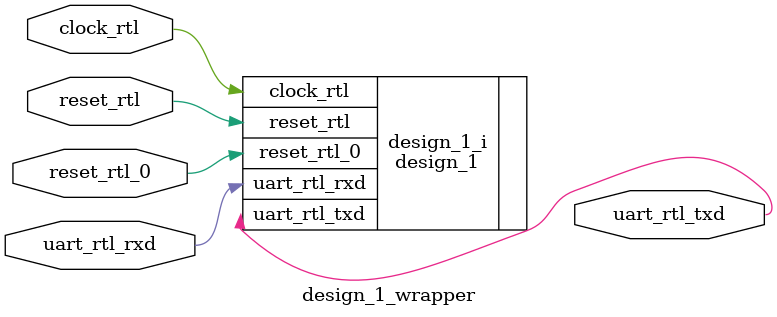
<source format=v>
`timescale 1 ps / 1 ps

module design_1_wrapper
   (clock_rtl,
    reset_rtl,
    reset_rtl_0,
    uart_rtl_rxd,
    uart_rtl_txd);
  input clock_rtl;
  input reset_rtl;
  input reset_rtl_0;
  input uart_rtl_rxd;
  output uart_rtl_txd;

  wire clock_rtl;
  wire reset_rtl;
  wire reset_rtl_0;
  wire uart_rtl_rxd;
  wire uart_rtl_txd;

design_1 design_1_i
       (.clock_rtl(clock_rtl),
        .reset_rtl(reset_rtl),
        .reset_rtl_0(reset_rtl_0),
        .uart_rtl_rxd(uart_rtl_rxd),
        .uart_rtl_txd(uart_rtl_txd));
endmodule

</source>
